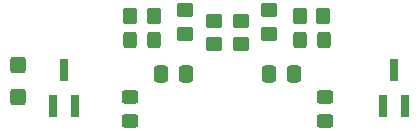
<source format=gtp>
%TF.GenerationSoftware,KiCad,Pcbnew,(6.0.0)*%
%TF.CreationDate,2022-05-29T15:36:19+02:00*%
%TF.ProjectId,LED_flasher,4c45445f-666c-4617-9368-65722e6b6963,rev?*%
%TF.SameCoordinates,Original*%
%TF.FileFunction,Paste,Top*%
%TF.FilePolarity,Positive*%
%FSLAX46Y46*%
G04 Gerber Fmt 4.6, Leading zero omitted, Abs format (unit mm)*
G04 Created by KiCad (PCBNEW (6.0.0)) date 2022-05-29 15:36:19*
%MOMM*%
%LPD*%
G01*
G04 APERTURE LIST*
G04 Aperture macros list*
%AMRoundRect*
0 Rectangle with rounded corners*
0 $1 Rounding radius*
0 $2 $3 $4 $5 $6 $7 $8 $9 X,Y pos of 4 corners*
0 Add a 4 corners polygon primitive as box body*
4,1,4,$2,$3,$4,$5,$6,$7,$8,$9,$2,$3,0*
0 Add four circle primitives for the rounded corners*
1,1,$1+$1,$2,$3*
1,1,$1+$1,$4,$5*
1,1,$1+$1,$6,$7*
1,1,$1+$1,$8,$9*
0 Add four rect primitives between the rounded corners*
20,1,$1+$1,$2,$3,$4,$5,0*
20,1,$1+$1,$4,$5,$6,$7,0*
20,1,$1+$1,$6,$7,$8,$9,0*
20,1,$1+$1,$8,$9,$2,$3,0*%
G04 Aperture macros list end*
%ADD10RoundRect,0.250000X0.450000X-0.350000X0.450000X0.350000X-0.450000X0.350000X-0.450000X-0.350000X0*%
%ADD11RoundRect,0.250000X-0.450000X0.325000X-0.450000X-0.325000X0.450000X-0.325000X0.450000X0.325000X0*%
%ADD12RoundRect,0.250000X-0.425000X0.450000X-0.425000X-0.450000X0.425000X-0.450000X0.425000X0.450000X0*%
%ADD13R,0.800000X1.900000*%
%ADD14RoundRect,0.250000X-0.337500X-0.475000X0.337500X-0.475000X0.337500X0.475000X-0.337500X0.475000X0*%
%ADD15RoundRect,0.250000X0.350000X0.450000X-0.350000X0.450000X-0.350000X-0.450000X0.350000X-0.450000X0*%
%ADD16RoundRect,0.250000X-0.350000X-0.450000X0.350000X-0.450000X0.350000X0.450000X-0.350000X0.450000X0*%
%ADD17RoundRect,0.250000X0.325000X0.450000X-0.325000X0.450000X-0.325000X-0.450000X0.325000X-0.450000X0*%
%ADD18RoundRect,0.250000X0.337500X0.475000X-0.337500X0.475000X-0.337500X-0.475000X0.337500X-0.475000X0*%
%ADD19RoundRect,0.250000X-0.325000X-0.450000X0.325000X-0.450000X0.325000X0.450000X-0.325000X0.450000X0*%
G04 APERTURE END LIST*
D10*
%TO.C,R3*%
X54864000Y-42656000D03*
X54864000Y-40656000D03*
%TD*%
D11*
%TO.C,D4*%
X64262000Y-47108000D03*
X64262000Y-49158000D03*
%TD*%
D12*
%TO.C,C3*%
X38252400Y-44420800D03*
X38252400Y-47120800D03*
%TD*%
D13*
%TO.C,Q2*%
X69154000Y-47855000D03*
X71054000Y-47855000D03*
X70104000Y-44855000D03*
%TD*%
D14*
%TO.C,C1*%
X50397500Y-45212000D03*
X52472500Y-45212000D03*
%TD*%
D10*
%TO.C,R6*%
X59537600Y-41792400D03*
X59537600Y-39792400D03*
%TD*%
%TO.C,R4*%
X57150000Y-42656000D03*
X57150000Y-40656000D03*
%TD*%
D15*
%TO.C,R5*%
X64119000Y-40259000D03*
X62119000Y-40259000D03*
%TD*%
D13*
%TO.C,Q1*%
X41214000Y-47855000D03*
X43114000Y-47855000D03*
X42164000Y-44855000D03*
%TD*%
D16*
%TO.C,R2*%
X47768000Y-40233600D03*
X49768000Y-40233600D03*
%TD*%
D17*
%TO.C,D2*%
X49793000Y-42291000D03*
X47743000Y-42291000D03*
%TD*%
D18*
%TO.C,C2*%
X61616500Y-45212000D03*
X59541500Y-45212000D03*
%TD*%
D19*
%TO.C,D3*%
X62094000Y-42291000D03*
X64144000Y-42291000D03*
%TD*%
D10*
%TO.C,R1*%
X52425600Y-41792400D03*
X52425600Y-39792400D03*
%TD*%
D11*
%TO.C,D1*%
X47752000Y-47108000D03*
X47752000Y-49158000D03*
%TD*%
M02*

</source>
